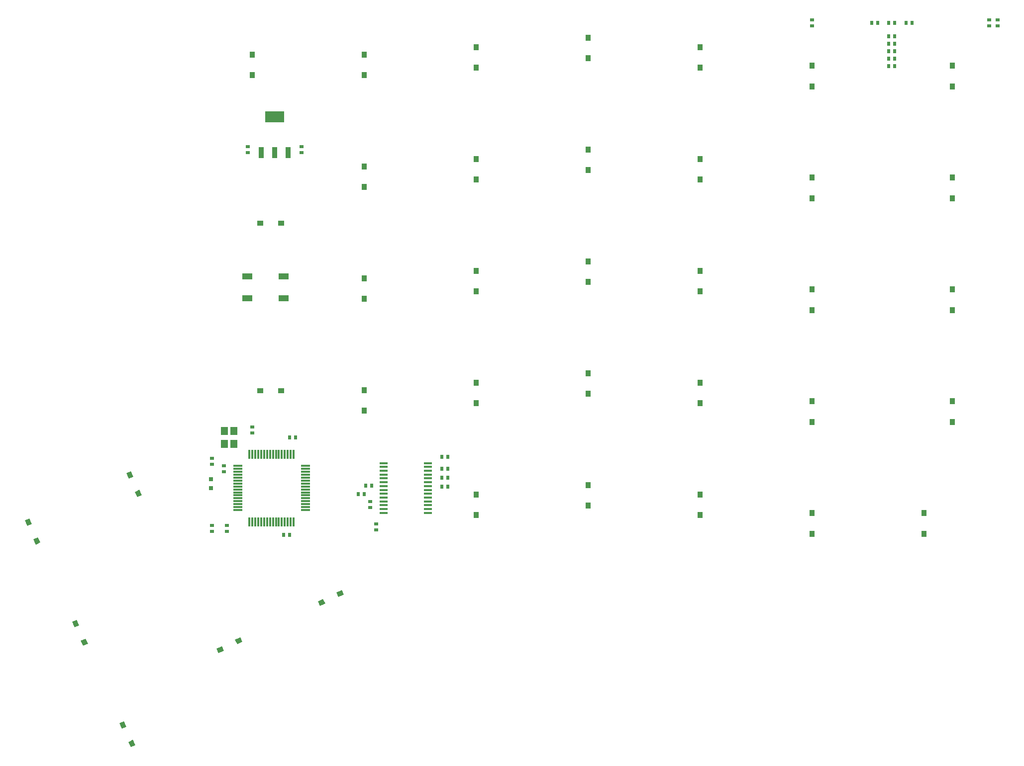
<source format=gbp>
G04 #@! TF.FileFunction,Paste,Bot*
%FSLAX46Y46*%
G04 Gerber Fmt 4.6, Leading zero omitted, Abs format (unit mm)*
G04 Created by KiCad (PCBNEW (2015-07-17 BZR 5958)-product) date 8/7/2015 1:36:20 AM*
%MOMM*%
G01*
G04 APERTURE LIST*
%ADD10C,0.150000*%
%ADD11R,0.300000X1.500000*%
%ADD12R,1.500000X0.300000*%
%ADD13R,1.200000X1.400000*%
%ADD14R,0.650000X0.600000*%
%ADD15R,0.600000X0.650000*%
%ADD16R,1.430000X0.400000*%
%ADD17R,0.797560X0.797560*%
%ADD18R,1.800000X1.100000*%
%ADD19R,0.950000X1.900000*%
%ADD20R,3.250000X1.900000*%
%ADD21R,1.000760X0.850900*%
%ADD22R,0.850900X1.000760*%
G04 APERTURE END LIST*
D10*
D11*
X76267000Y-142910000D03*
X75767000Y-142910000D03*
X75267000Y-142910000D03*
X74767000Y-142910000D03*
X74267000Y-142910000D03*
X73767000Y-142910000D03*
X73267000Y-142910000D03*
X72767000Y-142910000D03*
X72267000Y-142910000D03*
X71767000Y-142910000D03*
X71267000Y-142910000D03*
X70767000Y-142910000D03*
X70267000Y-142910000D03*
X69767000Y-142910000D03*
X69267000Y-142910000D03*
X68767000Y-142910000D03*
D12*
X66767000Y-140910000D03*
X66767000Y-140410000D03*
X66767000Y-139910000D03*
X66767000Y-139410000D03*
X66767000Y-138910000D03*
X66767000Y-138410000D03*
X66767000Y-137910000D03*
X66767000Y-137410000D03*
X66767000Y-136910000D03*
X66767000Y-136410000D03*
X66767000Y-135910000D03*
X66767000Y-135410000D03*
X66767000Y-134910000D03*
X66767000Y-134410000D03*
X66767000Y-133910000D03*
X66767000Y-133410000D03*
D11*
X68767000Y-131410000D03*
X69267000Y-131410000D03*
X69767000Y-131410000D03*
X70267000Y-131410000D03*
X70767000Y-131410000D03*
X71267000Y-131410000D03*
X71767000Y-131410000D03*
X72267000Y-131410000D03*
X72767000Y-131410000D03*
X73267000Y-131410000D03*
X73767000Y-131410000D03*
X74267000Y-131410000D03*
X74767000Y-131410000D03*
X75267000Y-131410000D03*
X75767000Y-131410000D03*
X76267000Y-131410000D03*
D12*
X78267000Y-133410000D03*
X78267000Y-133910000D03*
X78267000Y-134410000D03*
X78267000Y-134910000D03*
X78267000Y-135410000D03*
X78267000Y-135910000D03*
X78267000Y-136410000D03*
X78267000Y-136910000D03*
X78267000Y-137410000D03*
X78267000Y-137910000D03*
X78267000Y-138410000D03*
X78267000Y-138910000D03*
X78267000Y-139410000D03*
X78267000Y-139910000D03*
X78267000Y-140410000D03*
X78267000Y-140910000D03*
D13*
X66078000Y-127424000D03*
X64478000Y-127424000D03*
X64478000Y-129624000D03*
X66078000Y-129624000D03*
D14*
X62357000Y-143518000D03*
X62357000Y-144518000D03*
X164465000Y-57412000D03*
X164465000Y-58412000D03*
X194657000Y-57412000D03*
X194657000Y-58412000D03*
X196100000Y-57412000D03*
X196100000Y-58412000D03*
D15*
X178554000Y-57912000D03*
X177554000Y-57912000D03*
X178554000Y-65278000D03*
X177554000Y-65278000D03*
X175633000Y-57912000D03*
X174633000Y-57912000D03*
X178554000Y-64008000D03*
X177554000Y-64008000D03*
X178554000Y-62738000D03*
X177554000Y-62738000D03*
X178554000Y-61468000D03*
X177554000Y-61468000D03*
X178554000Y-60198000D03*
X177554000Y-60198000D03*
D14*
X64389000Y-134358000D03*
X64389000Y-133358000D03*
D15*
X102481000Y-135382000D03*
X101481000Y-135382000D03*
D14*
X69215000Y-127754000D03*
X69215000Y-126754000D03*
D15*
X75557000Y-145161000D03*
X74557000Y-145161000D03*
D14*
X77597000Y-80002000D03*
X77597000Y-79002000D03*
D15*
X76573000Y-128524000D03*
X75573000Y-128524000D03*
D14*
X68453000Y-80002000D03*
X68453000Y-79002000D03*
X64897000Y-143518000D03*
X64897000Y-144518000D03*
D15*
X87257000Y-138176000D03*
X88257000Y-138176000D03*
X88527000Y-136779000D03*
X89527000Y-136779000D03*
X102481000Y-131826000D03*
X101481000Y-131826000D03*
D14*
X90297000Y-143264000D03*
X90297000Y-144264000D03*
X89281000Y-140454000D03*
X89281000Y-139454000D03*
D15*
X102481000Y-133858000D03*
X101481000Y-133858000D03*
D14*
X62357000Y-133088000D03*
X62357000Y-132088000D03*
D15*
X101481000Y-136906000D03*
X102481000Y-136906000D03*
D16*
X99172000Y-132935000D03*
X99172000Y-133585000D03*
X99172000Y-134235000D03*
X99172000Y-134885000D03*
X99172000Y-135535000D03*
X99172000Y-136185000D03*
X99172000Y-136835000D03*
X99172000Y-137485000D03*
X99172000Y-138135000D03*
X99172000Y-138785000D03*
X99172000Y-139435000D03*
X99172000Y-140085000D03*
X99172000Y-140735000D03*
X99172000Y-141385000D03*
X91582000Y-141385000D03*
X91582000Y-140735000D03*
X91582000Y-140085000D03*
X91582000Y-139435000D03*
X91582000Y-138785000D03*
X91582000Y-138135000D03*
X91582000Y-137485000D03*
X91582000Y-136835000D03*
X91582000Y-136185000D03*
X91582000Y-135535000D03*
X91582000Y-134885000D03*
X91582000Y-134235000D03*
X91582000Y-133585000D03*
X91582000Y-132935000D03*
D17*
X62212500Y-135669700D03*
X62212500Y-137168300D03*
D15*
X180475000Y-57912000D03*
X181475000Y-57912000D03*
D18*
X68401000Y-104847000D03*
X68401000Y-101147000D03*
X74601000Y-104847000D03*
X74601000Y-101147000D03*
D19*
X73025000Y-80012000D03*
X70725000Y-80012000D03*
X75325000Y-80012000D03*
D20*
X73025000Y-73912000D03*
D10*
G36*
X80756510Y-157222739D02*
X80396904Y-156451562D01*
X81303900Y-156028623D01*
X81663506Y-156799800D01*
X80756510Y-157222739D01*
X80756510Y-157222739D01*
G37*
G36*
X83928696Y-155743524D02*
X83569090Y-154972347D01*
X84476086Y-154549408D01*
X84835692Y-155320585D01*
X83928696Y-155743524D01*
X83928696Y-155743524D01*
G37*
D21*
X70637400Y-120596000D03*
X74137520Y-120596000D03*
D22*
X88328500Y-120495400D03*
X88328500Y-123995520D03*
X107378000Y-119225400D03*
X107378000Y-122725520D03*
X126428000Y-117627400D03*
X126428000Y-121127520D03*
X145478000Y-119225400D03*
X145478000Y-122725520D03*
X164528000Y-122400400D03*
X164528000Y-125900520D03*
X188340000Y-122400400D03*
X188340000Y-125900520D03*
D10*
G36*
X38591061Y-159986910D02*
X39362238Y-159627304D01*
X39785177Y-160534300D01*
X39014000Y-160893906D01*
X38591061Y-159986910D01*
X38591061Y-159986910D01*
G37*
G36*
X40070276Y-163159096D02*
X40841453Y-162799490D01*
X41264392Y-163706486D01*
X40493215Y-164066092D01*
X40070276Y-163159096D01*
X40070276Y-163159096D01*
G37*
G36*
X46642861Y-177253910D02*
X47414038Y-176894304D01*
X47836977Y-177801300D01*
X47065800Y-178160906D01*
X46642861Y-177253910D01*
X46642861Y-177253910D01*
G37*
G36*
X48122076Y-180426096D02*
X48893253Y-180066490D01*
X49316192Y-180973486D01*
X48545015Y-181333092D01*
X48122076Y-180426096D01*
X48122076Y-180426096D01*
G37*
G36*
X63492110Y-165274739D02*
X63132504Y-164503562D01*
X64039500Y-164080623D01*
X64399106Y-164851800D01*
X63492110Y-165274739D01*
X63492110Y-165274739D01*
G37*
G36*
X66664296Y-163795524D02*
X66304690Y-163024347D01*
X67211686Y-162601408D01*
X67571292Y-163372585D01*
X66664296Y-163795524D01*
X66664296Y-163795524D01*
G37*
D22*
X69278500Y-63347600D03*
X69278500Y-66847720D03*
X107378000Y-138275400D03*
X107378000Y-141775520D03*
X126428000Y-136677400D03*
X126428000Y-140177520D03*
X145478000Y-138275400D03*
X145478000Y-141775520D03*
X164528000Y-141450400D03*
X164528000Y-144950520D03*
X183578000Y-141450400D03*
X183578000Y-144950520D03*
X126428000Y-79527400D03*
X126428000Y-83027520D03*
X145478000Y-62075100D03*
X145478000Y-65575220D03*
X126428000Y-60477400D03*
X126428000Y-63977520D03*
X107378000Y-62075100D03*
X107378000Y-65575220D03*
X88328500Y-63347600D03*
X88328500Y-66847720D03*
D10*
G36*
X47806161Y-134670910D02*
X48577338Y-134311304D01*
X49000277Y-135218300D01*
X48229100Y-135577906D01*
X47806161Y-134670910D01*
X47806161Y-134670910D01*
G37*
G36*
X49285376Y-137843096D02*
X50056553Y-137483490D01*
X50479492Y-138390486D01*
X49708315Y-138750092D01*
X49285376Y-137843096D01*
X49285376Y-137843096D01*
G37*
D22*
X164528000Y-65252600D03*
X164528000Y-68752720D03*
X188340000Y-65252600D03*
X188340000Y-68752720D03*
D21*
X70637400Y-92021700D03*
X74137520Y-92021700D03*
D22*
X88328500Y-82395100D03*
X88328500Y-85895220D03*
X107378000Y-81125100D03*
X107378000Y-84625220D03*
X145478000Y-81125100D03*
X145478000Y-84625220D03*
X164528000Y-84300100D03*
X164528000Y-87800220D03*
X188340000Y-84300100D03*
X188340000Y-87800220D03*
X88328500Y-101445400D03*
X88328500Y-104945520D03*
X107378000Y-100175400D03*
X107378000Y-103675520D03*
X126428000Y-98577400D03*
X126428000Y-102077520D03*
X145478000Y-100175400D03*
X145478000Y-103675520D03*
X164528000Y-103350400D03*
X164528000Y-106850520D03*
X188340000Y-103350400D03*
X188340000Y-106850520D03*
D10*
G36*
X30541761Y-142722910D02*
X31312938Y-142363304D01*
X31735877Y-143270300D01*
X30964700Y-143629906D01*
X30541761Y-142722910D01*
X30541761Y-142722910D01*
G37*
G36*
X32020976Y-145895096D02*
X32792153Y-145535490D01*
X33215092Y-146442486D01*
X32443915Y-146802092D01*
X32020976Y-145895096D01*
X32020976Y-145895096D01*
G37*
M02*

</source>
